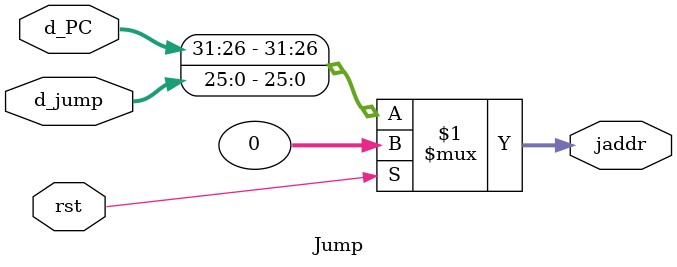
<source format=v>
`timescale 1ns / 1ps


module Jump
/*** PARAMETERS ***/
#(parameter
    // WL
    DATA_WL     = 32,
    JUMP_WL     = 26
    
)
/*** IN/OUT ***/
(
    // IN
    input [DATA_WL - 1 : 0]         d_PC,
    input [JUMP_WL - 1 : 0]         d_jump,
    input                           rst,
    // OUT
    output [DATA_WL - 1 : 0]        jaddr
);

    // Concat the top of PC on top of Jump address
    assign jaddr = (rst) ? 0 : {d_PC[31:26], d_jump};
endmodule
</source>
